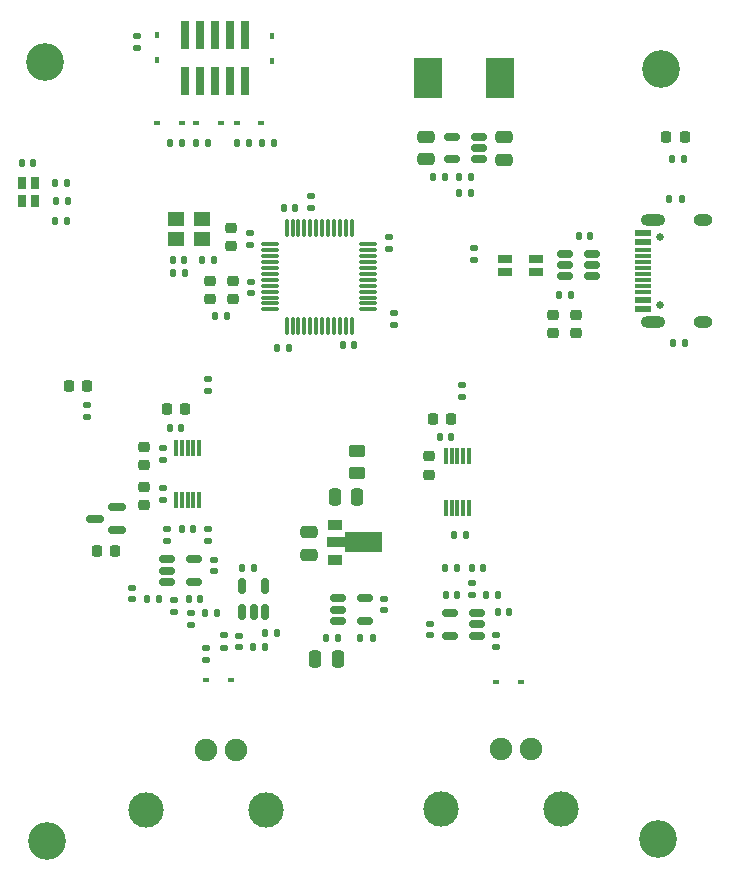
<source format=gbr>
%TF.GenerationSoftware,KiCad,Pcbnew,(6.0.9)*%
%TF.CreationDate,2022-11-20T17:42:04-05:00*%
%TF.ProjectId,Nemesis-MixSigPCB,4e656d65-7369-4732-9d4d-697853696750,rev?*%
%TF.SameCoordinates,Original*%
%TF.FileFunction,Soldermask,Top*%
%TF.FilePolarity,Negative*%
%FSLAX46Y46*%
G04 Gerber Fmt 4.6, Leading zero omitted, Abs format (unit mm)*
G04 Created by KiCad (PCBNEW (6.0.9)) date 2022-11-20 17:42:04*
%MOMM*%
%LPD*%
G01*
G04 APERTURE LIST*
G04 Aperture macros list*
%AMRoundRect*
0 Rectangle with rounded corners*
0 $1 Rounding radius*
0 $2 $3 $4 $5 $6 $7 $8 $9 X,Y pos of 4 corners*
0 Add a 4 corners polygon primitive as box body*
4,1,4,$2,$3,$4,$5,$6,$7,$8,$9,$2,$3,0*
0 Add four circle primitives for the rounded corners*
1,1,$1+$1,$2,$3*
1,1,$1+$1,$4,$5*
1,1,$1+$1,$6,$7*
1,1,$1+$1,$8,$9*
0 Add four rect primitives between the rounded corners*
20,1,$1+$1,$2,$3,$4,$5,0*
20,1,$1+$1,$4,$5,$6,$7,0*
20,1,$1+$1,$6,$7,$8,$9,0*
20,1,$1+$1,$8,$9,$2,$3,0*%
%AMFreePoly0*
4,1,9,3.862500,-0.866500,0.737500,-0.866500,0.737500,-0.450000,-0.737500,-0.450000,-0.737500,0.450000,0.737500,0.450000,0.737500,0.866500,3.862500,0.866500,3.862500,-0.866500,3.862500,-0.866500,$1*%
G04 Aperture macros list end*
%ADD10RoundRect,0.140000X-0.170000X0.140000X-0.170000X-0.140000X0.170000X-0.140000X0.170000X0.140000X0*%
%ADD11RoundRect,0.135000X0.185000X-0.135000X0.185000X0.135000X-0.185000X0.135000X-0.185000X-0.135000X0*%
%ADD12RoundRect,0.147500X0.147500X0.172500X-0.147500X0.172500X-0.147500X-0.172500X0.147500X-0.172500X0*%
%ADD13RoundRect,0.135000X-0.185000X0.135000X-0.185000X-0.135000X0.185000X-0.135000X0.185000X0.135000X0*%
%ADD14RoundRect,0.135000X0.135000X0.185000X-0.135000X0.185000X-0.135000X-0.185000X0.135000X-0.185000X0*%
%ADD15R,2.350000X3.500000*%
%ADD16C,3.200000*%
%ADD17RoundRect,0.135000X-0.135000X-0.185000X0.135000X-0.185000X0.135000X0.185000X-0.135000X0.185000X0*%
%ADD18RoundRect,0.150000X-0.512500X-0.150000X0.512500X-0.150000X0.512500X0.150000X-0.512500X0.150000X0*%
%ADD19RoundRect,0.140000X-0.140000X-0.170000X0.140000X-0.170000X0.140000X0.170000X-0.140000X0.170000X0*%
%ADD20R,1.400000X1.200000*%
%ADD21RoundRect,0.225000X-0.250000X0.225000X-0.250000X-0.225000X0.250000X-0.225000X0.250000X0.225000X0*%
%ADD22RoundRect,0.250000X-0.475000X0.250000X-0.475000X-0.250000X0.475000X-0.250000X0.475000X0.250000X0*%
%ADD23RoundRect,0.250000X0.450000X-0.262500X0.450000X0.262500X-0.450000X0.262500X-0.450000X-0.262500X0*%
%ADD24R,0.450000X0.600000*%
%ADD25RoundRect,0.150000X0.512500X0.150000X-0.512500X0.150000X-0.512500X-0.150000X0.512500X-0.150000X0*%
%ADD26RoundRect,0.140000X0.170000X-0.140000X0.170000X0.140000X-0.170000X0.140000X-0.170000X-0.140000X0*%
%ADD27R,0.600000X0.450000*%
%ADD28RoundRect,0.140000X0.140000X0.170000X-0.140000X0.170000X-0.140000X-0.170000X0.140000X-0.170000X0*%
%ADD29R,1.200000X0.700000*%
%ADD30RoundRect,0.250000X0.250000X0.475000X-0.250000X0.475000X-0.250000X-0.475000X0.250000X-0.475000X0*%
%ADD31RoundRect,0.225000X0.250000X-0.225000X0.250000X0.225000X-0.250000X0.225000X-0.250000X-0.225000X0*%
%ADD32RoundRect,0.150000X0.587500X0.150000X-0.587500X0.150000X-0.587500X-0.150000X0.587500X-0.150000X0*%
%ADD33R,1.300000X0.900000*%
%ADD34FreePoly0,0.000000*%
%ADD35RoundRect,0.218750X0.218750X0.256250X-0.218750X0.256250X-0.218750X-0.256250X0.218750X-0.256250X0*%
%ADD36R,0.800000X1.000000*%
%ADD37R,0.740000X2.400000*%
%ADD38RoundRect,0.150000X0.150000X-0.512500X0.150000X0.512500X-0.150000X0.512500X-0.150000X-0.512500X0*%
%ADD39RoundRect,0.250000X0.475000X-0.250000X0.475000X0.250000X-0.475000X0.250000X-0.475000X-0.250000X0*%
%ADD40C,1.900000*%
%ADD41C,3.000000*%
%ADD42RoundRect,0.075000X-0.662500X-0.075000X0.662500X-0.075000X0.662500X0.075000X-0.662500X0.075000X0*%
%ADD43RoundRect,0.075000X-0.075000X-0.662500X0.075000X-0.662500X0.075000X0.662500X-0.075000X0.662500X0*%
%ADD44RoundRect,0.225000X0.225000X0.250000X-0.225000X0.250000X-0.225000X-0.250000X0.225000X-0.250000X0*%
%ADD45R,0.300000X1.450000*%
%ADD46C,0.650000*%
%ADD47R,1.450000X0.600000*%
%ADD48R,1.450000X0.300000*%
%ADD49O,1.600000X1.000000*%
%ADD50O,2.100000X1.000000*%
G04 APERTURE END LIST*
D10*
%TO.C,C203*%
X71370000Y-83670000D03*
X71370000Y-84630000D03*
%TD*%
D11*
%TO.C,R405*%
X80450000Y-118390000D03*
X80450000Y-117370000D03*
%TD*%
D12*
%TO.C,L200*%
X57622500Y-90330000D03*
X56652500Y-90330000D03*
%TD*%
D13*
%TO.C,R204*%
X78552157Y-84612157D03*
X78552157Y-85632157D03*
%TD*%
D14*
%TO.C,R205*%
X96452157Y-92622157D03*
X95432157Y-92622157D03*
%TD*%
D15*
%TO.C,L101*%
X74675000Y-70150000D03*
X80725000Y-70150000D03*
%TD*%
D16*
%TO.C,H1*%
X42400000Y-134800000D03*
%TD*%
D17*
%TO.C,R103*%
X95300000Y-77010000D03*
X96320000Y-77010000D03*
%TD*%
D14*
%TO.C,R201*%
X54050000Y-86730000D03*
X53030000Y-86730000D03*
%TD*%
D18*
%TO.C,U102*%
X67012500Y-114250000D03*
X67012500Y-115200000D03*
X67012500Y-116150000D03*
X69287500Y-116150000D03*
X69287500Y-114250000D03*
%TD*%
D19*
%TO.C,C211*%
X40260000Y-77370000D03*
X41220000Y-77370000D03*
%TD*%
D13*
%TO.C,R400*%
X77550000Y-96180000D03*
X77550000Y-97200000D03*
%TD*%
D20*
%TO.C,Y200*%
X55507500Y-82090000D03*
X53307500Y-82090000D03*
X53307500Y-83790000D03*
X55507500Y-83790000D03*
%TD*%
D21*
%TO.C,C402*%
X74750000Y-102225000D03*
X74750000Y-103775000D03*
%TD*%
D19*
%TO.C,C212*%
X60620000Y-75710000D03*
X61580000Y-75710000D03*
%TD*%
D10*
%TO.C,C303*%
X54600000Y-115520000D03*
X54600000Y-116480000D03*
%TD*%
D17*
%TO.C,R105*%
X65990000Y-117620000D03*
X67010000Y-117620000D03*
%TD*%
D14*
%TO.C,R210*%
X53810000Y-75710000D03*
X52790000Y-75710000D03*
%TD*%
D22*
%TO.C,C104*%
X74500000Y-75150000D03*
X74500000Y-77050000D03*
%TD*%
D23*
%TO.C,R100*%
X68650000Y-103612500D03*
X68650000Y-101787500D03*
%TD*%
D11*
%TO.C,R403*%
X78350000Y-114000000D03*
X78350000Y-112980000D03*
%TD*%
D24*
%TO.C,D201*%
X61410000Y-66610000D03*
X61410000Y-68710000D03*
%TD*%
D25*
%TO.C,U101*%
X78975000Y-77050000D03*
X78975000Y-76100000D03*
X78975000Y-75150000D03*
X76700000Y-75150000D03*
X76700000Y-77050000D03*
%TD*%
D26*
%TO.C,C304*%
X49635000Y-114295000D03*
X49635000Y-113335000D03*
%TD*%
D11*
%TO.C,R200*%
X64730000Y-81210000D03*
X64730000Y-80190000D03*
%TD*%
D19*
%TO.C,C403*%
X78370000Y-111700000D03*
X79330000Y-111700000D03*
%TD*%
D27*
%TO.C,D205*%
X58450000Y-74010000D03*
X60550000Y-74010000D03*
%TD*%
D14*
%TO.C,R404*%
X80560000Y-114000000D03*
X79540000Y-114000000D03*
%TD*%
D11*
%TO.C,R308*%
X45810000Y-98910000D03*
X45810000Y-97890000D03*
%TD*%
D10*
%TO.C,C313*%
X52190000Y-101540000D03*
X52190000Y-102500000D03*
%TD*%
D21*
%TO.C,C100*%
X87147157Y-90217157D03*
X87147157Y-91767157D03*
%TD*%
D28*
%TO.C,C202*%
X68397500Y-92830000D03*
X67437500Y-92830000D03*
%TD*%
D29*
%TO.C,L201*%
X83817157Y-86582157D03*
X83817157Y-85482157D03*
X81167157Y-85482157D03*
X81167157Y-86582157D03*
%TD*%
D13*
%TO.C,R304*%
X53190000Y-114360000D03*
X53190000Y-115380000D03*
%TD*%
D26*
%TO.C,C205*%
X59637500Y-88410000D03*
X59637500Y-87450000D03*
%TD*%
D17*
%TO.C,R203*%
X61900000Y-93040000D03*
X62920000Y-93040000D03*
%TD*%
D12*
%TO.C,L100*%
X86732157Y-88592157D03*
X85762157Y-88592157D03*
%TD*%
D27*
%TO.C,D300*%
X55890000Y-121130000D03*
X57990000Y-121130000D03*
%TD*%
D30*
%TO.C,C107*%
X67010000Y-119380000D03*
X65110000Y-119380000D03*
%TD*%
D28*
%TO.C,C106*%
X78280000Y-79900000D03*
X77320000Y-79900000D03*
%TD*%
D26*
%TO.C,C406*%
X74850000Y-117380000D03*
X74850000Y-116420000D03*
%TD*%
D16*
%TO.C,H2*%
X94100000Y-134600000D03*
%TD*%
%TO.C,H4*%
X94400000Y-69400000D03*
%TD*%
D28*
%TO.C,C301*%
X60830000Y-118400000D03*
X59870000Y-118400000D03*
%TD*%
D14*
%TO.C,R207*%
X44130000Y-79120000D03*
X43110000Y-79120000D03*
%TD*%
D26*
%TO.C,C311*%
X52200000Y-105880000D03*
X52200000Y-104920000D03*
%TD*%
D27*
%TO.C,D400*%
X80450000Y-121300000D03*
X82550000Y-121300000D03*
%TD*%
D31*
%TO.C,C207*%
X56237500Y-88905000D03*
X56237500Y-87355000D03*
%TD*%
%TO.C,C310*%
X50600000Y-106375000D03*
X50600000Y-104825000D03*
%TD*%
D21*
%TO.C,C101*%
X85247157Y-90217157D03*
X85247157Y-91767157D03*
%TD*%
D10*
%TO.C,C108*%
X70950000Y-114270000D03*
X70950000Y-115230000D03*
%TD*%
D28*
%TO.C,C405*%
X77130000Y-114000000D03*
X76170000Y-114000000D03*
%TD*%
D14*
%TO.C,R212*%
X56010000Y-75710000D03*
X54990000Y-75710000D03*
%TD*%
D32*
%TO.C,U302*%
X48337500Y-108450000D03*
X48337500Y-106550000D03*
X46462500Y-107500000D03*
%TD*%
D27*
%TO.C,D202*%
X53810000Y-74010000D03*
X51710000Y-74010000D03*
%TD*%
D19*
%TO.C,C307*%
X53820000Y-108400000D03*
X54780000Y-108400000D03*
%TD*%
D33*
%TO.C,U100*%
X66750000Y-108000000D03*
D34*
X66837500Y-109500000D03*
D33*
X66750000Y-111000000D03*
%TD*%
D14*
%TO.C,R402*%
X77150000Y-111700000D03*
X76130000Y-111700000D03*
%TD*%
D26*
%TO.C,C300*%
X58650000Y-118380000D03*
X58650000Y-117420000D03*
%TD*%
D19*
%TO.C,C302*%
X58950000Y-111650000D03*
X59910000Y-111650000D03*
%TD*%
%TO.C,C404*%
X80560000Y-115410000D03*
X81520000Y-115410000D03*
%TD*%
D28*
%TO.C,C401*%
X76630000Y-100600000D03*
X75670000Y-100600000D03*
%TD*%
D11*
%TO.C,R211*%
X50000000Y-67620000D03*
X50000000Y-66600000D03*
%TD*%
D25*
%TO.C,U401*%
X78825000Y-117400000D03*
X78825000Y-116450000D03*
X78825000Y-115500000D03*
X76550000Y-115500000D03*
X76550000Y-117400000D03*
%TD*%
D28*
%TO.C,C314*%
X53780000Y-99800000D03*
X52820000Y-99800000D03*
%TD*%
D14*
%TO.C,R208*%
X44120000Y-82330000D03*
X43100000Y-82330000D03*
%TD*%
D19*
%TO.C,C210*%
X87402157Y-83572157D03*
X88362157Y-83572157D03*
%TD*%
D13*
%TO.C,R306*%
X52600000Y-108390000D03*
X52600000Y-109410000D03*
%TD*%
D17*
%TO.C,R302*%
X60840000Y-117180000D03*
X61860000Y-117180000D03*
%TD*%
D14*
%TO.C,R209*%
X44150000Y-80620000D03*
X43130000Y-80620000D03*
%TD*%
D28*
%TO.C,C208*%
X56507500Y-85570000D03*
X55547500Y-85570000D03*
%TD*%
D14*
%TO.C,R206*%
X96122157Y-80452157D03*
X95102157Y-80452157D03*
%TD*%
D11*
%TO.C,R202*%
X71760000Y-91070000D03*
X71760000Y-90050000D03*
%TD*%
D30*
%TO.C,C102*%
X68650000Y-105700000D03*
X66750000Y-105700000D03*
%TD*%
D35*
%TO.C,D100*%
X96377500Y-75150000D03*
X94802500Y-75150000D03*
%TD*%
D13*
%TO.C,R309*%
X56020000Y-95670000D03*
X56020000Y-96690000D03*
%TD*%
D19*
%TO.C,C305*%
X54420000Y-114300000D03*
X55380000Y-114300000D03*
%TD*%
%TO.C,C209*%
X53067500Y-85560000D03*
X54027500Y-85560000D03*
%TD*%
D14*
%TO.C,R213*%
X59500000Y-75710000D03*
X58480000Y-75710000D03*
%TD*%
D21*
%TO.C,C312*%
X50600000Y-101425000D03*
X50600000Y-102975000D03*
%TD*%
D36*
%TO.C,D200*%
X40290000Y-80620000D03*
X40290000Y-79120000D03*
X41390000Y-79120000D03*
X41390000Y-80620000D03*
%TD*%
D37*
%TO.C,J201*%
X59140000Y-66560000D03*
X59140000Y-70460000D03*
X57870000Y-66560000D03*
X57870000Y-70460000D03*
X56600000Y-66560000D03*
X56600000Y-70460000D03*
X55330000Y-66560000D03*
X55330000Y-70460000D03*
X54060000Y-66560000D03*
X54060000Y-70460000D03*
%TD*%
D26*
%TO.C,C201*%
X59587500Y-84310000D03*
X59587500Y-83350000D03*
%TD*%
D10*
%TO.C,C306*%
X56500000Y-110960000D03*
X56500000Y-111920000D03*
%TD*%
D13*
%TO.C,R300*%
X55890000Y-118410000D03*
X55890000Y-119430000D03*
%TD*%
D38*
%TO.C,U300*%
X58950000Y-115437500D03*
X59900000Y-115437500D03*
X60850000Y-115437500D03*
X60850000Y-113162500D03*
X58950000Y-113162500D03*
%TD*%
D39*
%TO.C,C103*%
X64600000Y-110550000D03*
X64600000Y-108650000D03*
%TD*%
D17*
%TO.C,R104*%
X68940000Y-117630000D03*
X69960000Y-117630000D03*
%TD*%
D19*
%TO.C,C204*%
X62457500Y-81230000D03*
X63417500Y-81230000D03*
%TD*%
D40*
%TO.C,J400*%
X80800000Y-127000000D03*
D41*
X75720000Y-132080000D03*
X85880000Y-132080000D03*
D40*
X83340000Y-127000000D03*
%TD*%
D42*
%TO.C,U200*%
X61275000Y-84280000D03*
X61275000Y-84780000D03*
X61275000Y-85280000D03*
X61275000Y-85780000D03*
X61275000Y-86280000D03*
X61275000Y-86780000D03*
X61275000Y-87280000D03*
X61275000Y-87780000D03*
X61275000Y-88280000D03*
X61275000Y-88780000D03*
X61275000Y-89280000D03*
X61275000Y-89780000D03*
D43*
X62687500Y-91192500D03*
X63187500Y-91192500D03*
X63687500Y-91192500D03*
X64187500Y-91192500D03*
X64687500Y-91192500D03*
X65187500Y-91192500D03*
X65687500Y-91192500D03*
X66187500Y-91192500D03*
X66687500Y-91192500D03*
X67187500Y-91192500D03*
X67687500Y-91192500D03*
X68187500Y-91192500D03*
D42*
X69600000Y-89780000D03*
X69600000Y-89280000D03*
X69600000Y-88780000D03*
X69600000Y-88280000D03*
X69600000Y-87780000D03*
X69600000Y-87280000D03*
X69600000Y-86780000D03*
X69600000Y-86280000D03*
X69600000Y-85780000D03*
X69600000Y-85280000D03*
X69600000Y-84780000D03*
X69600000Y-84280000D03*
D43*
X68187500Y-82867500D03*
X67687500Y-82867500D03*
X67187500Y-82867500D03*
X66687500Y-82867500D03*
X66187500Y-82867500D03*
X65687500Y-82867500D03*
X65187500Y-82867500D03*
X64687500Y-82867500D03*
X64187500Y-82867500D03*
X63687500Y-82867500D03*
X63187500Y-82867500D03*
X62687500Y-82867500D03*
%TD*%
D17*
%TO.C,R303*%
X55790000Y-115500000D03*
X56810000Y-115500000D03*
%TD*%
D44*
%TO.C,C315*%
X54075000Y-98200000D03*
X52525000Y-98200000D03*
%TD*%
%TO.C,C309*%
X48175000Y-110200000D03*
X46625000Y-110200000D03*
%TD*%
%TO.C,C400*%
X76625000Y-99100000D03*
X75075000Y-99100000D03*
%TD*%
D45*
%TO.C,U303*%
X53300000Y-105900000D03*
X53800000Y-105900000D03*
X54300000Y-105900000D03*
X54800000Y-105900000D03*
X55300000Y-105900000D03*
X55300000Y-101500000D03*
X54800000Y-101500000D03*
X54300000Y-101500000D03*
X53800000Y-101500000D03*
X53300000Y-101500000D03*
%TD*%
D16*
%TO.C,H3*%
X42200000Y-68800000D03*
%TD*%
D17*
%TO.C,R102*%
X75090000Y-78550000D03*
X76110000Y-78550000D03*
%TD*%
D13*
%TO.C,R307*%
X56000000Y-108390000D03*
X56000000Y-109410000D03*
%TD*%
D45*
%TO.C,U400*%
X76150000Y-106600000D03*
X76650000Y-106600000D03*
X77150000Y-106600000D03*
X77650000Y-106600000D03*
X78150000Y-106600000D03*
X78150000Y-102200000D03*
X77650000Y-102200000D03*
X77150000Y-102200000D03*
X76650000Y-102200000D03*
X76150000Y-102200000D03*
%TD*%
D17*
%TO.C,R401*%
X76820000Y-108920000D03*
X77840000Y-108920000D03*
%TD*%
D18*
%TO.C,U301*%
X52562500Y-110950000D03*
X52562500Y-111900000D03*
X52562500Y-112850000D03*
X54837500Y-112850000D03*
X54837500Y-110950000D03*
%TD*%
D24*
%TO.C,D203*%
X51700000Y-66560000D03*
X51700000Y-68660000D03*
%TD*%
D46*
%TO.C,J200*%
X94272157Y-83642157D03*
X94272157Y-89422157D03*
D47*
X92827157Y-89782157D03*
X92827157Y-88982157D03*
D48*
X92827157Y-87782157D03*
X92827157Y-86782157D03*
X92827157Y-86282157D03*
X92827157Y-85282157D03*
D47*
X92827157Y-84082157D03*
X92827157Y-83282157D03*
X92827157Y-83282157D03*
X92827157Y-84082157D03*
D48*
X92827157Y-84782157D03*
X92827157Y-85782157D03*
X92827157Y-87282157D03*
X92827157Y-88282157D03*
D47*
X92827157Y-88982157D03*
X92827157Y-89782157D03*
D49*
X97922157Y-82212157D03*
D50*
X93742157Y-90852157D03*
D49*
X97922157Y-90852157D03*
D50*
X93742157Y-82212157D03*
%TD*%
D27*
%TO.C,D204*%
X55050000Y-74010000D03*
X57150000Y-74010000D03*
%TD*%
D44*
%TO.C,C308*%
X45785000Y-96300000D03*
X44235000Y-96300000D03*
%TD*%
D31*
%TO.C,C206*%
X58137500Y-88905000D03*
X58137500Y-87355000D03*
%TD*%
D13*
%TO.C,R301*%
X57350000Y-117390000D03*
X57350000Y-118410000D03*
%TD*%
D17*
%TO.C,R101*%
X77290000Y-78600000D03*
X78310000Y-78600000D03*
%TD*%
D31*
%TO.C,C200*%
X57937500Y-84405000D03*
X57937500Y-82855000D03*
%TD*%
D17*
%TO.C,R305*%
X50890000Y-114300000D03*
X51910000Y-114300000D03*
%TD*%
D40*
%TO.C,J300*%
X55900000Y-127100000D03*
D41*
X50820000Y-132180000D03*
X60980000Y-132180000D03*
D40*
X58440000Y-127100000D03*
%TD*%
D22*
%TO.C,C105*%
X81100000Y-75200000D03*
X81100000Y-77100000D03*
%TD*%
D25*
%TO.C,U201*%
X88529657Y-86982157D03*
X88529657Y-86032157D03*
X88529657Y-85082157D03*
X86254657Y-85082157D03*
X86254657Y-86032157D03*
X86254657Y-86982157D03*
%TD*%
M02*

</source>
